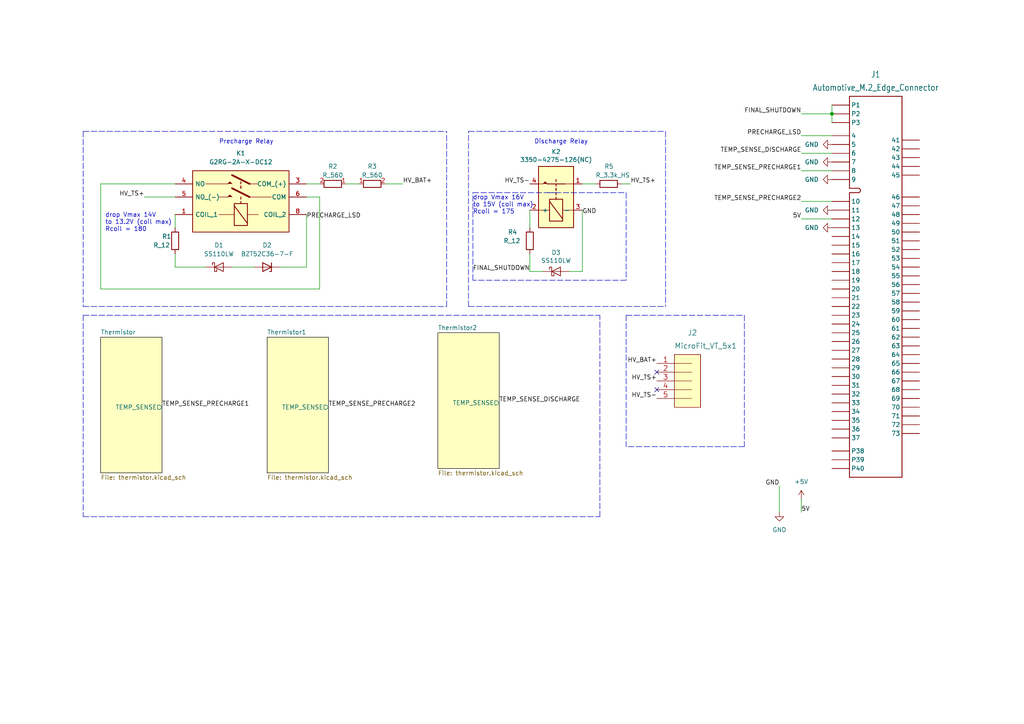
<source format=kicad_sch>
(kicad_sch (version 20211123) (generator eeschema)
  (paper "A4")
  (lib_symbols
    (symbol "Device:D_Zener" (pin_numbers hide) (pin_names (offset 1.016) hide)
      (property "Reference" "D" (at 0 2.54 0))
      (property "Value" "D_Zener" (at 0 -2.54 0))
      (symbol "D_Zener_0_1"
        (polyline (pts (xy 1.27 0) (xy -1.27 0)))
        (polyline (pts (xy -1.27 -1.27) (xy -1.27 1.27) (xy -0.762 1.27)) (stroke (width 0.254)))
        (polyline (pts (xy 1.27 -1.27) (xy 1.27 1.27) (xy -1.27 0) (xy 1.27 -1.27)) (stroke (width 0.254)))
      )
      (symbol "D_Zener_1_1"
        (pin passive line (at -3.81 0 0) (length 2.54) (name "K") (number "1"))
        (pin passive line (at 3.81 0 180) (length 2.54) (name "A") (number "2"))
      )
    )
    (symbol "Device:R" (pin_numbers hide) (pin_names (offset 0))
      (property "Reference" "R" (at 2.032 0 90))
      (property "Value" "R" (at 0 0 90))
      (symbol "R_0_1"
        (rectangle (start -1.016 -2.54) (end 1.016 2.54) (stroke (width 0.254)))
      )
      (symbol "R_1_1"
        (pin passive line (at 0 3.81 270) (length 1.27) (name "~") (number "1"))
        (pin passive line (at 0 -3.81 90) (length 1.27) (name "~") (number "2"))
      )
    )
    (symbol "Formula:SS110LW" (pin_numbers hide) (pin_names (offset 1.016) hide)
      (property "Reference" "D" (at 0 2.54 0))
      (property "Value" "Formula_SS110LW" (at 0 -2.54 0))
      (symbol "SS110LW_0_1"
        (polyline (pts (xy 1.27 0) (xy -1.27 0)))
        (polyline (pts (xy 1.27 1.27) (xy 1.27 -1.27) (xy -1.27 0) (xy 1.27 1.27)) (stroke (width 0.2032)))
        (polyline (pts (xy -1.905 0.635) (xy -1.905 1.27) (xy -1.27 1.27) (xy -1.27 -1.27) (xy -0.635 -1.27) (xy -0.635 -0.635)) (stroke (width 0.2032)))
      )
      (symbol "SS110LW_1_1"
        (pin passive line (at -3.81 0 0) (length 2.54) (name "K") (number "1"))
        (pin passive line (at 3.81 0 180) (length 2.54) (name "A") (number "2"))
      )
    )
    (symbol "G2RG-2A-X-DC12_1" (pin_names (offset 0.762))
      (property "Reference" "K" (at 29.21 -15.24 0))
      (property "Value" "G2RG-2A-X-DC12_1" (at 31.75 5.08 0))
      (symbol "G2RG-2A-X-DC12_1_0_0"
        (polyline (pts (xy -3.81 1.27) (xy -6.35 1.27)))
        (polyline (pts (xy -3.81 5.08) (xy -10.16 5.08)))
        (pin passive line (at -19.05 -3.81 0) (length 5.08) (name "COIL_1") (number "1"))
        (pin passive line (at 19.05 5.08 180) (length 5.08) (name "COM_(+)") (number "3"))
        (pin passive line (at -19.05 5.08 0) (length 5.08) (name "NO") (number "4"))
        (pin passive line (at -19.05 1.27 0) (length 5.08) (name "NO_(-)") (number "5"))
        (pin passive line (at 19.05 1.27 180) (length 5.08) (name "COM") (number "6"))
        (pin passive line (at 19.05 -3.81 180) (length 5.08) (name "COIL_2") (number "8"))
      )
      (symbol "G2RG-2A-X-DC12_1_0_1"
        (rectangle (start -13.97 8.89) (end 13.97 -8.89) (stroke (width 0.254)) (fill (type background)))
        (rectangle (start -1.905 -6.985) (end 1.905 -0.635) (stroke (width 0.254)))
        (polyline (pts (xy -6.35 -3.81) (xy -1.905 -3.81)))
        (polyline (pts (xy 0 -0.635) (xy 0 0)) (stroke (width 0.254)))
        (polyline (pts (xy 0 0.635) (xy 0 1.27)) (stroke (width 0.254)))
        (polyline (pts (xy 0 3.81) (xy 0 4.445)) (stroke (width 0.254)))
        (polyline (pts (xy 0 3.81) (xy 0 4.445)) (stroke (width 0.254)))
        (polyline (pts (xy 0 5.08) (xy 0 5.715)) (stroke (width 0.254)))
        (polyline (pts (xy 1.905 -6.35) (xy -1.905 -1.27)) (stroke (width 0.254)))
        (polyline (pts (xy 2.54 1.27) (xy -2.54 3.81)) (stroke (width 0.508)))
        (polyline (pts (xy 2.54 1.27) (xy 8.89 1.27)))
        (polyline (pts (xy 2.54 5.08) (xy -2.54 7.62)) (stroke (width 0.508)))
        (polyline (pts (xy 2.54 5.08) (xy 5.08 5.08)))
        (polyline (pts (xy 5.08 -3.81) (xy 1.905 -3.81)))
        (polyline (pts (xy -2.54 1.27) (xy -3.175 1.905) (xy -3.81 1.27)) (fill (type outline)))
        (polyline (pts (xy -2.54 5.08) (xy -3.175 5.715) (xy -3.81 5.08)) (fill (type outline)))
      )
    )
    (symbol "OEM:MicroFit_VT_5x1" (pin_names (offset 0.254) hide)
      (property "Reference" "J" (at 8.89 6.35 0))
      (property "Value" "MicroFit_VT_5x1" (at 10.16 -15.24 0))
      (symbol "MicroFit_VT_5x1_0_1"
        (rectangle (start 5.08 2.54) (end 12.7 -12.7) (fill (type background)))
      )
      (symbol "MicroFit_VT_5x1_1_1"
        (polyline (pts (xy 5.08 -12.7) (xy 12.7 -12.7)) (stroke (width 0.127)))
        (polyline (pts (xy 5.08 2.54) (xy 5.08 -12.7)) (stroke (width 0.127)))
        (polyline (pts (xy 10.16 -10.16) (xy 5.08 -10.16)) (stroke (width 0.127)))
        (polyline (pts (xy 10.16 -7.62) (xy 5.08 -7.62)) (stroke (width 0.127)))
        (polyline (pts (xy 10.16 -5.08) (xy 5.08 -5.08)) (stroke (width 0.127)))
        (polyline (pts (xy 10.16 -2.54) (xy 5.08 -2.54)) (stroke (width 0.127)))
        (polyline (pts (xy 10.16 0) (xy 5.08 0)) (stroke (width 0.127)))
        (polyline (pts (xy 12.7 -12.7) (xy 12.7 2.54)) (stroke (width 0.127)))
        (polyline (pts (xy 12.7 2.54) (xy 5.08 2.54)) (stroke (width 0.127)))
        (pin unspecified line (at 0 0 0) (length 5.08) (name "1") (number "1"))
        (pin unspecified line (at 0 -2.54 0) (length 5.08) (name "2") (number "2"))
        (pin unspecified line (at 0 -5.08 0) (length 5.08) (name "3") (number "3"))
        (pin unspecified line (at 0 -7.62 0) (length 5.08) (name "4") (number "4"))
        (pin unspecified line (at 0 -10.16 0) (length 5.08) (name "5") (number "5"))
      )
    )
    (symbol "formula:3350-4275-126(NC)" (pin_names (offset 1.016))
      (property "Reference" "K" (at 8.89 3.81 0))
      (property "Value" "formula_3350-4275-126(NC)" (at 10.16 -3.81 0))
      (symbol "3350-4275-126(NC)_0_0"
        (polyline (pts (xy 2.54 3.81) (xy 2.54 5.08)))
      )
      (symbol "3350-4275-126(NC)_0_1"
        (rectangle (start -10.16 5.08) (end 7.62 -5.08) (stroke (width 0.254)) (fill (type background)))
        (rectangle (start -8.255 1.905) (end -1.905 -1.905) (stroke (width 0.254)))
        (polyline (pts (xy -7.62 -1.905) (xy -2.54 1.905)) (stroke (width 0.254)))
        (polyline (pts (xy -5.08 -5.08) (xy -5.08 -1.905)))
        (polyline (pts (xy -5.08 5.08) (xy -5.08 1.905)))
        (polyline (pts (xy -1.905 0) (xy -1.27 0)) (stroke (width 0.254)))
        (polyline (pts (xy -0.635 0) (xy 0 0)) (stroke (width 0.254)))
        (polyline (pts (xy 0.635 0) (xy 1.27 0)) (stroke (width 0.254)))
        (polyline (pts (xy 0.635 0) (xy 1.27 0)) (stroke (width 0.254)))
        (polyline (pts (xy 1.905 0) (xy 2.54 0)) (stroke (width 0.254)))
        (polyline (pts (xy 2.54 -2.54) (xy 2.54 -5.08)))
        (polyline (pts (xy 2.54 -2.54) (xy 2.54 2.54)) (stroke (width 0.254)))
        (polyline (pts (xy 3.175 0) (xy 3.81 0)) (stroke (width 0.254)))
        (polyline (pts (xy 2.54 2.54) (xy 3.175 3.175) (xy 2.54 3.81)) (fill (type outline)))
      )
      (symbol "3350-4275-126(NC)_1_1"
        (pin passive line (at 2.54 -7.62 90) (length 2.54) (name "~") (number "1"))
        (pin passive line (at -5.08 7.62 270) (length 2.54) (name "+") (number "2"))
        (pin passive line (at -5.08 -7.62 90) (length 2.54) (name "-") (number "3"))
        (pin passive line (at 2.54 7.62 270) (length 2.54) (name "~") (number "4"))
      )
    )
    (symbol "formula:Automotive_M.2_Edge_Connector"
      (property "Reference" "J?" (at 1.27 49.53 0))
      (property "Value" "Automotive_M.2_Edge_Connector" (at 7.62 45.72 0))
      (symbol "Automotive_M.2_Edge_Connector_0_1"
        (arc (start -5.0436 15.2415) (mid -4.4198 15.8765) (end -5.0436 16.5115) (stroke (width 0.25)))
        (polyline (pts (xy -7.62 15.24) (xy -5.08 15.24)) (stroke (width 0.25)))
        (polyline (pts (xy -7.62 16.51) (xy -5.08 16.51)) (stroke (width 0.25)))
        (polyline (pts (xy -7.62 43.18) (xy -7.62 16.51)) (stroke (width 0.25)))
        (polyline (pts (xy 7.62 -67.31) (xy -7.62 -67.31)) (stroke (width 0.25)))
      )
      (symbol "Automotive_M.2_Edge_Connector_1_0"
        (polyline (pts (xy -7.62 -67.31) (xy -7.62 15.24)) (stroke (width 0.254)))
        (polyline (pts (xy 7.62 43.18) (xy -7.62 43.18)) (stroke (width 0.254)))
        (polyline (pts (xy 7.62 43.18) (xy 7.62 -67.31)) (stroke (width 0.254)))
        (pin bidirectional line (at -12.7 12.7 0) (length 5.08) (name "10") (number "10"))
        (pin bidirectional line (at -12.7 10.16 0) (length 5.08) (name "11") (number "11"))
        (pin bidirectional line (at -12.7 7.62 0) (length 5.08) (name "12") (number "12"))
        (pin bidirectional line (at -12.7 5.08 0) (length 5.08) (name "13") (number "13"))
        (pin bidirectional line (at -12.7 2.54 0) (length 5.08) (name "14") (number "14"))
        (pin bidirectional line (at -12.7 0 0) (length 5.08) (name "15") (number "15"))
        (pin bidirectional line (at -12.7 -2.54 0) (length 5.08) (name "16") (number "16"))
        (pin bidirectional line (at -12.7 -5.08 0) (length 5.08) (name "17") (number "17"))
        (pin bidirectional line (at -12.7 -7.62 0) (length 5.08) (name "18") (number "18"))
        (pin bidirectional line (at -12.7 -10.16 0) (length 5.08) (name "19") (number "19"))
        (pin bidirectional line (at -12.7 -12.7 0) (length 5.08) (name "20") (number "20"))
        (pin bidirectional line (at -12.7 -15.24 0) (length 5.08) (name "21") (number "21"))
        (pin bidirectional line (at -12.7 -17.78 0) (length 5.08) (name "22") (number "22"))
        (pin bidirectional line (at -12.7 -20.32 0) (length 5.08) (name "23") (number "23"))
        (pin bidirectional line (at -12.7 -22.86 0) (length 5.08) (name "24") (number "24"))
        (pin bidirectional line (at -12.7 -25.4 0) (length 5.08) (name "25") (number "25"))
        (pin bidirectional line (at -12.7 -27.94 0) (length 5.08) (name "26") (number "26"))
        (pin bidirectional line (at -12.7 -30.48 0) (length 5.08) (name "27") (number "27"))
        (pin bidirectional line (at -12.7 -33.02 0) (length 5.08) (name "28") (number "28"))
        (pin bidirectional line (at -12.7 -35.56 0) (length 5.08) (name "29") (number "29"))
        (pin bidirectional line (at -12.7 -38.1 0) (length 5.08) (name "30") (number "30"))
        (pin bidirectional line (at -12.7 -40.64 0) (length 5.08) (name "31") (number "31"))
        (pin bidirectional line (at -12.7 -43.18 0) (length 5.08) (name "32") (number "32"))
        (pin bidirectional line (at -12.7 -45.72 0) (length 5.08) (name "33") (number "33"))
        (pin bidirectional line (at -12.7 -48.26 0) (length 5.08) (name "34") (number "34"))
        (pin bidirectional line (at -12.7 -50.8 0) (length 5.08) (name "35") (number "35"))
        (pin bidirectional line (at -12.7 -53.34 0) (length 5.08) (name "36") (number "36"))
        (pin bidirectional line (at -12.7 -55.88 0) (length 5.08) (name "37") (number "37"))
        (pin bidirectional line (at -12.7 31.75 0) (length 5.08) (name "4") (number "4"))
        (pin bidirectional line (at 12.7 30.48 180) (length 5.08) (name "41") (number "41"))
        (pin bidirectional line (at 12.7 27.94 180) (length 5.08) (name "42") (number "42"))
        (pin bidirectional line (at 12.7 25.4 180) (length 5.08) (name "43") (number "43"))
        (pin bidirectional line (at 12.7 22.86 180) (length 5.08) (name "44") (number "44"))
        (pin bidirectional line (at 12.7 20.32 180) (length 5.08) (name "45") (number "45"))
        (pin bidirectional line (at 12.7 13.97 180) (length 5.08) (name "46") (number "46"))
        (pin bidirectional line (at 12.7 11.43 180) (length 5.08) (name "47") (number "47"))
        (pin bidirectional line (at 12.7 8.89 180) (length 5.08) (name "48") (number "48"))
        (pin bidirectional line (at 12.7 6.35 180) (length 5.08) (name "49") (number "49"))
        (pin bidirectional line (at -12.7 29.21 0) (length 5.08) (name "5") (number "5"))
        (pin bidirectional line (at 12.7 3.81 180) (length 5.08) (name "50") (number "50"))
        (pin bidirectional line (at 12.7 1.27 180) (length 5.08) (name "51") (number "51"))
        (pin bidirectional line (at 12.7 -1.27 180) (length 5.08) (name "52") (number "52"))
        (pin bidirectional line (at 12.7 -3.81 180) (length 5.08) (name "53") (number "53"))
        (pin bidirectional line (at 12.7 -6.35 180) (length 5.08) (name "54") (number "54"))
        (pin bidirectional line (at 12.7 -8.89 180) (length 5.08) (name "55") (number "55"))
        (pin bidirectional line (at 12.7 -11.43 180) (length 5.08) (name "56") (number "56"))
        (pin bidirectional line (at 12.7 -13.97 180) (length 5.08) (name "57") (number "57"))
        (pin bidirectional line (at 12.7 -16.51 180) (length 5.08) (name "58") (number "58"))
        (pin bidirectional line (at 12.7 -19.05 180) (length 5.08) (name "59") (number "59"))
        (pin bidirectional line (at -12.7 26.67 0) (length 5.08) (name "6") (number "6"))
        (pin bidirectional line (at 12.7 -21.59 180) (length 5.08) (name "60") (number "60"))
        (pin bidirectional line (at 12.7 -24.13 180) (length 5.08) (name "61") (number "61"))
        (pin bidirectional line (at 12.7 -26.67 180) (length 5.08) (name "62") (number "62"))
        (pin bidirectional line (at 12.7 -29.21 180) (length 5.08) (name "63") (number "63"))
        (pin bidirectional line (at 12.7 -31.75 180) (length 5.08) (name "64") (number "64"))
        (pin bidirectional line (at 12.7 -34.29 180) (length 5.08) (name "65") (number "65"))
        (pin bidirectional line (at 12.7 -36.83 180) (length 5.08) (name "66") (number "66"))
        (pin bidirectional line (at 12.7 -39.37 180) (length 5.08) (name "67") (number "67"))
        (pin bidirectional line (at 12.7 -41.91 180) (length 5.08) (name "68") (number "68"))
        (pin bidirectional line (at 12.7 -44.45 180) (length 5.08) (name "69") (number "69"))
        (pin bidirectional line (at -12.7 24.13 0) (length 5.08) (name "7") (number "7"))
        (pin bidirectional line (at 12.7 -46.99 180) (length 5.08) (name "70") (number "70"))
        (pin bidirectional line (at 12.7 -49.53 180) (length 5.08) (name "71") (number "71"))
        (pin bidirectional line (at 12.7 -52.07 180) (length 5.08) (name "72") (number "72"))
        (pin bidirectional line (at 12.7 -54.61 180) (length 5.08) (name "73") (number "73"))
        (pin bidirectional line (at -12.7 21.59 0) (length 5.08) (name "8") (number "8"))
        (pin bidirectional line (at -12.7 19.05 0) (length 5.08) (name "9") (number "9"))
        (pin bidirectional line (at -12.7 40.64 0) (length 5.08) (name "P1") (number "P1"))
        (pin bidirectional line (at -12.7 38.1 0) (length 5.08) (name "P2") (number "P2"))
        (pin bidirectional line (at -12.7 35.56 0) (length 5.08) (name "P3") (number "P3"))
        (pin bidirectional line (at -12.7 -59.69 0) (length 5.08) (name "P38") (number "P38"))
        (pin bidirectional line (at -12.7 -62.23 0) (length 5.08) (name "P39") (number "P39"))
        (pin bidirectional line (at -12.7 -64.77 0) (length 5.08) (name "P40") (number "P40"))
      )
    )
    (symbol "formula:R_12" (pin_numbers hide) (pin_names (offset 0))
      (property "Reference" "R" (at 2.032 0 90))
      (property "Value" "formula_R_12" (at -2.54 0 90))
      (symbol "R_12_0_1"
        (rectangle (start -1.016 -2.54) (end 1.016 2.54) (stroke (width 0.254)))
      )
      (symbol "R_12_1_1"
        (pin passive line (at 0 3.81 270) (length 1.27) (name "~") (number "1"))
        (pin passive line (at 0 -3.81 90) (length 1.27) (name "~") (number "2"))
      )
    )
    (symbol "formula:R_560_HS" (pin_names (offset 0))
      (property "Reference" "R" (at 2.032 0 90))
      (property "Value" "formula_R_560_HS" (at -2.54 0 90))
      (symbol "R_560_HS_0_1"
        (rectangle (start -1.016 -2.54) (end 1.016 2.54) (stroke (width 0.254)))
      )
      (symbol "R_560_HS_1_1"
        (pin passive line (at 0 3.81 270) (length 1.27) (name "~") (number "1"))
        (pin passive line (at 0 -3.81 90) (length 1.27) (name "~") (number "2"))
      )
    )
    (symbol "power:+5V" (power) (pin_names (offset 0))
      (property "Value" "+5V" (at 0 3.556 0))
      (symbol "+5V_0_1"
        (polyline (pts (xy -0.762 1.27) (xy 0 2.54)))
        (polyline (pts (xy 0 0) (xy 0 2.54)))
        (polyline (pts (xy 0 2.54) (xy 0.762 1.27)))
      )
      (symbol "+5V_1_1"
        (pin power_in line (at 0 0 90) (length 0) hide (name "+5V") (number "1"))
      )
    )
    (symbol "power:GND" (power) (pin_names (offset 0))
      (property "Value" "GND" (at 0 -3.81 0))
      (symbol "GND_0_1"
        (polyline (pts (xy 0 0) (xy 0 -1.27) (xy 1.27 -1.27) (xy 0 -2.54) (xy -1.27 -1.27) (xy 0 -1.27)))
      )
      (symbol "GND_1_1"
        (pin power_in line (at 0 0 270) (length 0) hide (name "GND") (number "1"))
      )
    )
  )
  (junction (at 241.3 33.02))
  (no_connect (at 190.5 107.95))
  (no_connect (at 190.5 113.03))
  (wire (pts (xy 100.33 53.34) (xy 104.14 53.34)))
  (wire (pts (xy 92.71 83.82) (xy 92.71 57.15)))
  (polyline (pts (xy 137.16 55.88) (xy 161.29 55.88)))
  (wire (pts (xy 50.8 62.23) (xy 50.8 66.04)))
  (polyline (pts (xy 24.13 88.9) (xy 129.54 88.9)))
  (wire (pts (xy 232.41 39.37) (xy 241.3 39.37)))
  (wire (pts (xy 182.88 53.34) (xy 180.34 53.34)))
  (polyline (pts (xy 215.9 129.54) (xy 181.61 129.54)))
  (wire (pts (xy 232.41 49.53) (xy 241.3 49.53)))
  (wire (pts (xy 50.8 73.66) (xy 50.8 77.47)))
  (wire (pts (xy 153.67 73.66) (xy 153.67 78.74)))
  (polyline (pts (xy 173.99 149.86) (xy 173.99 91.44)))
  (polyline (pts (xy 24.13 38.1) (xy 24.13 88.9)))
  (wire (pts (xy 241.3 30.48) (xy 241.3 33.02)))
  (wire (pts (xy 232.41 144.78) (xy 232.41 148.59)))
  (polyline (pts (xy 215.9 91.44) (xy 215.9 129.54)))
  (wire (pts (xy 92.71 53.34) (xy 88.9 53.34)))
  (wire (pts (xy 226.06 140.97) (xy 226.06 148.59)))
  (polyline (pts (xy 24.13 91.44) (xy 24.13 149.86)))
  (polyline (pts (xy 181.61 81.28) (xy 137.16 81.28)))
  (polyline (pts (xy 135.89 88.9) (xy 135.89 38.1)))
  (polyline (pts (xy 129.54 88.9) (xy 129.54 38.1)))
  (wire (pts (xy 168.91 53.34) (xy 172.72 53.34)))
  (polyline (pts (xy 24.13 91.44) (xy 173.99 91.44)))
  (wire (pts (xy 232.41 44.45) (xy 241.3 44.45)))
  (polyline (pts (xy 181.61 55.88) (xy 181.61 81.28)))
  (wire (pts (xy 232.41 33.02) (xy 241.3 33.02)))
  (wire (pts (xy 232.41 63.5) (xy 241.3 63.5)))
  (wire (pts (xy 153.67 60.96) (xy 153.67 66.04)))
  (polyline (pts (xy 181.61 91.44) (xy 181.61 129.54)))
  (wire (pts (xy 50.8 77.47) (xy 59.69 77.47)))
  (wire (pts (xy 157.48 78.74) (xy 153.67 78.74)))
  (polyline (pts (xy 137.16 81.28) (xy 137.16 55.88)))
  (polyline (pts (xy 135.89 38.1) (xy 193.04 38.1)))
  (polyline (pts (xy 24.13 38.1) (xy 129.54 38.1)))
  (wire (pts (xy 81.28 77.47) (xy 88.9 77.47)))
  (wire (pts (xy 41.91 57.15) (xy 50.8 57.15)))
  (wire (pts (xy 67.31 77.47) (xy 73.66 77.47)))
  (wire (pts (xy 165.1 78.74) (xy 168.91 78.74)))
  (wire (pts (xy 241.3 33.02) (xy 241.3 35.56)))
  (wire (pts (xy 92.71 57.15) (xy 88.9 57.15)))
  (polyline (pts (xy 135.89 88.9) (xy 193.04 88.9)))
  (polyline (pts (xy 181.61 91.44) (xy 215.9 91.44)))
  (wire (pts (xy 29.21 53.34) (xy 29.21 83.82)))
  (polyline (pts (xy 193.04 38.1) (xy 193.04 88.9)))
  (wire (pts (xy 168.91 78.74) (xy 168.91 60.96)))
  (wire (pts (xy 88.9 62.23) (xy 88.9 77.47)))
  (polyline (pts (xy 158.75 55.88) (xy 181.61 55.88)))
  (wire (pts (xy 29.21 83.82) (xy 92.71 83.82)))
  (polyline (pts (xy 24.13 149.86) (xy 173.99 149.86)))
  (wire (pts (xy 232.41 58.42) (xy 241.3 58.42)))
  (wire (pts (xy 50.8 53.34) (xy 29.21 53.34)))
  (wire (pts (xy 116.84 53.34) (xy 111.76 53.34)))
  (text "drop Vmax 16V \nto 15V (coil max)\nRcoil = 175\n" (at 137.16 62.23 0) (effects (font (size 1.27 1.27)) (justify left bottom)))
  (text "drop Vmax 14V \nto 13.2V (coil max)\nRcoil = 180" (at 30.48 67.31 0) (effects (font (size 1.27 1.27)) (justify left bottom)))
  (text "Precharge Relay\n" (at 63.5 41.91 0) (effects (font (size 1.27 1.27)) (justify left bottom)))
  (text "Discharge Relay" (at 154.94 41.91 0) (effects (font (size 1.27 1.27)) (justify left bottom)))
  (label "5V" (at 232.41 148.59 0))
  (label "TEMP_SENSE_PRECHARGE1" (at 46.99 118.11 0))
  (label "HV_BAT+" (at 116.84 53.34 0))
  (label "HV_TS-" (at 153.67 53.34 180))
  (label "TEMP_SENSE_PRECHARGE2" (at 232.41 58.42 180))
  (label "PRECHARGE_LSD" (at 232.41 39.37 180))
  (label "HV_TS-" (at 190.5 115.57 180))
  (label "HV_BAT+" (at 190.5 105.41 180))
  (label "TEMP_SENSE_PRECHARGE2" (at 95.25 118.11 0))
  (label "TEMP_SENSE_DISCHARGE" (at 144.78 116.84 0))
  (label "HV_TS+" (at 182.88 53.34 0))
  (label "TEMP_SENSE_DISCHARGE" (at 232.41 44.45 180))
  (label "PRECHARGE_LSD" (at 88.9 63.5 0))
  (label "GND" (at 226.06 140.97 180))
  (label "HV_TS+" (at 41.91 57.15 180))
  (label "FINAL_SHUTDOWN" (at 232.41 33.02 180))
  (label "FINAL_SHUTDOWN" (at 153.67 78.74 180))
  (label "5V" (at 232.41 63.5 180))
  (label "TEMP_SENSE_PRECHARGE1" (at 232.41 49.53 180))
  (label "HV_TS+" (at 190.5 110.49 180))
  (label "GND" (at 168.91 62.23 0))
  (symbol (lib_id "power:GND") (at 241.3 52.07 270) (unit 1)
    (property "Reference" "#PWR?" (effects hide))
    (property "Value" "GND" (at 237.49 52.0699 90) (effects (justify right)))
  )
  (symbol (lib_id "power:GND") (at 241.3 46.99 270) (unit 1)
    (property "Reference" "#PWR?" (effects hide))
    (property "Value" "GND" (at 237.49 46.9899 90) (effects (justify right)))
  )
  (symbol (lib_id "formula:R_12") (at 50.8 69.85 0) (unit 1)
    (property "Reference" "R1" (at 46.99 68.58 0) (effects (justify left)))
    (property "Value" "R_12" (at 44.45 71.12 0) (effects (justify left)))
    (property "Footprint" "footprints:R_0805_OEM" (effects hide))
    (property "Datasheet" "https://www.te.com/commerce/DocumentDelivery/DDEController?Action=srchrtrv&DocNm=1773200-1&DocType=DS&DocLang=English" (effects hide))
    (property "MFN" "TE" (effects hide))
    (property "MPN" "CPF-A-0805B12RE" (effects hide))
    (property "PurchasingLink" "https://www.digikey.com/en/products/detail/te-connectivity-passive-product/CPF-A-0805B12RE/5583863" (effects hide))
  )
  (symbol (lib_id "formula:R_560_HS") (at 107.95 53.34 90) (unit 1)
    (property "Reference" "R3" (at 107.95 48.26 90))
    (property "Value" "R_560" (at 107.95 50.8 90))
    (property "Footprint" "footprints:R_3k_HS_TO247" (effects hide))
    (property "Datasheet" "http://www.ohmite.com/assets/docs/acl_ap101.pdf?r=false" (effects hide))
    (property "MFN" "DK" (effects hide))
    (property "MPN" "AP101 560R J" (effects hide))
    (property "PurchasingLink" "https://www.digikey.com/en/products/detail/ohmite/AP101-560R-J/5878514" (effects hide))
  )
  (symbol (lib_id "Formula:SS110LW") (at 161.29 78.74 0) (unit 1)
    (property "Reference" "D3" (at 161.29 73.2536 0))
    (property "Value" "SS110LW" (at 161.29 75.565 0))
    (property "Footprint" "footprints:D_SOD-123W_OEM" (effects hide))
    (property "Datasheet" "https://www.taiwansemi.com/assets/uploads/datasheet/SS14LW%20SERIES_C2103.pdf" (effects hide))
    (property "MFN" "DK" (effects hide))
    (property "MPN" "SS110LWRVGCT-ND" (effects hide))
    (property "PurchasingLink" "https://www.digikey.com/product-detail/en/taiwan-semiconductor-corporation/SS110LW-RVG/SS110LWRVGCT-ND/7359346" (effects hide))
  )
  (symbol (lib_id "Device:R") (at 176.53 53.34 270) (unit 1)
    (property "Reference" "R5" (at 175.26 48.26 90) (effects (justify left)))
    (property "Value" "R_3.3k_HS" (at 172.72 50.8 90) (effects (justify left)))
    (property "Datasheet" "https://www.ohmite.com/assets/docs/acl_hs10.pdf?r=false" (effects hide))
    (property "Purchasing Link" "https://www.digikey.com/en/products/detail/ohmite/HS50-3K3-F/16163178" (effects hide))
    (property "Purchasing Link2" "https://www.digikey.com/en/products/detail/wakefield-vette/657-15ABPEN/3945700" (effects hide))
  )
  (symbol (lib_id "formula:R_12") (at 153.67 69.85 0) (unit 1)
    (property "Reference" "R4" (at 147.32 67.31 0) (effects (justify left)))
    (property "Value" "R_12" (at 146.05 69.85 0) (effects (justify left)))
    (property "Footprint" "footprints:R_0805_OEM" (effects hide))
    (property "Datasheet" "https://www.te.com/commerce/DocumentDelivery/DDEController?Action=srchrtrv&DocNm=1773200-1&DocType=DS&DocLang=English" (effects hide))
    (property "MFN" "TE" (effects hide))
    (property "MPN" "CPF-A-0805B12RE" (effects hide))
    (property "PurchasingLink" "https://www.digikey.com/en/products/detail/te-connectivity-passive-product/CPF-A-0805B12RE/5583863" (effects hide))
  )
  (symbol (lib_id "power:GND") (at 241.3 60.96 270) (unit 1)
    (property "Reference" "#PWR?" (effects hide))
    (property "Value" "GND" (at 237.49 60.9599 90) (effects (justify right)))
  )
  (symbol (lib_id "formula:R_560_HS") (at 96.52 53.34 270) (unit 1)
    (property "Reference" "R2" (at 96.52 48.26 90))
    (property "Value" "R_560" (at 96.52 50.8 90))
    (property "Footprint" "footprints:R_3k_HS_TO247" (effects hide))
    (property "Datasheet" "http://www.ohmite.com/assets/docs/acl_ap101.pdf?r=false" (effects hide))
    (property "MFN" "DK" (effects hide))
    (property "MPN" "AP101 560R J" (effects hide))
    (property "PurchasingLink" "https://www.digikey.com/en/products/detail/ohmite/AP101-560R-J/5878514" (effects hide))
  )
  (symbol (lib_id "formula:3350-4275-126(NC)") (at 161.29 55.88 90) (unit 1)
    (property "Reference" "K2" (at 161.29 44.0182 90))
    (property "Value" "3350-4275-126(NC)" (at 161.29 46.3296 90))
    (property "Footprint" "footprints:Relay_Comus_3350" (effects hide))
    (property "Datasheet" "https://www.comus-intl.com/wp-content/uploads/2017/01/High-Voltage-Reed-Relays.pdf" (effects hide))
    (property "MFN" "DK" (effects hide))
    (property "MPN" "3350-4275-126" (effects hide))
    (property "PurchasingLink" "https://www.digikey.com/en/products/detail/comus-international/3350-4275-126/7515922" (effects hide))
  )
  (symbol (lib_id "Device:D_Zener") (at 77.47 77.47 180) (unit 1)
    (property "Reference" "D2" (at 77.47 71.12 0))
    (property "Value" "BZT52C36-7-F" (at 77.47 73.66 0))
    (property "Datasheet" "https://www.diodes.com/assets/Datasheets/ds18004.pdf" (effects hide))
  )
  (symbol (lib_id "Formula:SS110LW") (at 63.5 77.47 0) (unit 1)
    (property "Reference" "D1" (at 63.5 71.12 0))
    (property "Value" "SS110LW" (at 63.5 73.66 0))
    (property "Footprint" "footprints:D_SOD-123W_OEM" (effects hide))
    (property "Datasheet" "https://www.taiwansemi.com/assets/uploads/datasheet/SS14LW%20SERIES_C2103.pdf" (effects hide))
    (property "MFN" "DK" (effects hide))
    (property "MPN" "SS110LWRVGCT-ND" (effects hide))
    (property "PurchasingLink" "https://www.digikey.com/product-detail/en/taiwan-semiconductor-corporation/SS110LW-RVG/SS110LWRVGCT-ND/7359346" (effects hide))
  )
  (symbol (lib_id "power:GND") (at 241.3 66.04 270) (unit 1)
    (property "Reference" "#PWR?" (effects hide))
    (property "Value" "GND" (at 237.49 66.0399 90) (effects (justify right)))
  )
  (symbol (lib_id "power:+5V") (at 232.41 144.78 0) (unit 1)
    (property "Reference" "#PWR?" (effects hide))
    (property "Value" "+5V" (at 232.41 139.7 0))
  )
  (symbol (lib_id "power:GND") (at 241.3 41.91 270) (unit 1)
    (property "Reference" "#PWR?" (effects hide))
    (property "Value" "GND" (at 237.49 41.9099 90) (effects (justify right)))
  )
  (symbol (lib_id "formula:Automotive_M.2_Edge_Connector") (at 254 71.12 0) (unit 1)
    (property "Reference" "J1" (at 254 21.59 0) (effects (font (size 1.778 1.5113))))
    (property "Value" "Automotive_M.2_Edge_Connector" (at 254 25.4 0) (effects (font (size 1.778 1.5113))))
    (property "Footprint" "footprints:Automotive_M.2_Edge_Connector" (effects hide))
  )
  (symbol (lib_id "power:GND") (at 226.06 148.59 0) (unit 1)
    (property "Reference" "#PWR?" (effects hide))
    (property "Value" "GND" (at 226.06 153.67 0))
  )
  (symbol (lib_name "G2RG-2A-X-DC12_1") (lib_id "formula:G2RG-2A-X-DC12") (at 69.85 58.42 0) (unit 1)
    (property "Reference" "K1" (at 69.85 44.45 0))
    (property "Value" "G2RG-2A-X-DC12" (at 69.85 46.99 0))
    (property "Footprint" "footprints:G2RG2AXDC12" (effects hide))
    (property "Datasheet" "https://media.digikey.com/pdf/Data%20Sheets/Omron%20PDFs/G2RG-X.pdf" (effects hide))
    (property "Description" "General Purpose Relays 500VDC/10A high-voltage switching relay (2-pole wiring)" (effects hide))
    (property "Manufacturer_Name" "Omron Electronics" (effects hide))
    (property "Manufacturer_Part_Number" "G2RG-2A-X DC12" (effects hide))
    (property "Mouser Part Number" "653-G2RG-2A-XDC12" (effects hide))
    (property "Mouser Price/Stock" "https://www.mouser.co.uk/ProductDetail/Omron-Electronics/G2RG-2A-X-DC12?qs=DPoM0jnrROVJ0ySZlbdwjA%3D%3D" (effects hide))
  )
  (symbol (lib_id "OEM:MicroFit_VT_5x1") (at 190.5 105.41 0) (unit 1)
    (property "Reference" "J2" (at 199.39 96.52 0) (effects (font (size 1.524 1.524)) (justify left)))
    (property "Value" "MicroFit_VT_5x1" (at 195.58 100.33 0) (effects (font (size 1.524 1.524)) (justify left)))
    (property "Footprint" "OEM:Connector_MicroFit_VT_5x1" (effects hide))
    (property "MPN" "436500515" (effects hide))
  )
  (sheet (at 127 96.52) (size 17.78 39.37) (stroke (width 0.1524) (color 0 0 0 1)) (fill (color 255 255 194 1.0000))
    (property "Sheet name" "Thermistor2" (at 127 95.8084 0) (effects (justify left bottom)))
    (property "Sheet file" "thermistor.kicad_sch" (at 127 136.4746 0) (effects (justify left top)))
    (pin "TEMP_SENSE" output (at 144.78 116.84 0))
  )
  (sheet (at 77.47 97.79) (size 17.78 39.37) (stroke (width 0.1524) (color 0 0 0 1)) (fill (color 255 255 194 1.0000))
    (property "Sheet name" "Thermistor1" (at 77.47 97.0784 0) (effects (justify left bottom)))
    (property "Sheet file" "thermistor.kicad_sch" (at 77.47 137.7446 0) (effects (justify left top)))
    (pin "TEMP_SENSE" output (at 95.25 118.11 0))
  )
  (sheet (at 29.21 97.79) (size 17.78 39.37) (stroke (width 0.1524) (color 0 0 0 1)) (fill (color 255 255 194 1.0000))
    (property "Sheet name" "Thermistor" (at 29.21 97.0784 0) (effects (justify left bottom)))
    (property "Sheet file" "thermistor.kicad_sch" (at 29.21 137.7446 0) (effects (justify left top)))
    (pin "TEMP_SENSE" output (at 46.99 118.11 0))
  )
)
</source>
